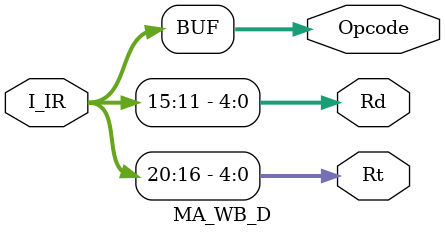
<source format=v>
`timescale 1ns / 1ps


module MA_WB_D(I_IR,Rt,Rd,Opcode);
    input[31:0]I_IR;
    output[4:0] Rt;
    output[4:0] Rd;
    output[31:0] Opcode;
    assign Rt = I_IR[20:16];
    assign Rd = I_IR[15:11];
    assign Opcode = I_IR[31:0];
endmodule

</source>
